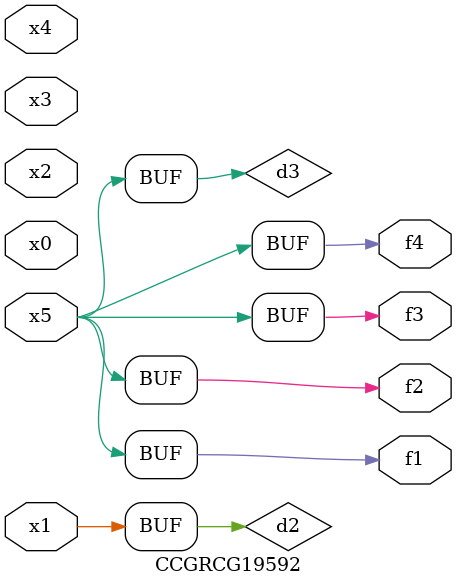
<source format=v>
module CCGRCG19592(
	input x0, x1, x2, x3, x4, x5,
	output f1, f2, f3, f4
);

	wire d1, d2, d3;

	not (d1, x5);
	or (d2, x1);
	xnor (d3, d1);
	assign f1 = d3;
	assign f2 = d3;
	assign f3 = d3;
	assign f4 = d3;
endmodule

</source>
